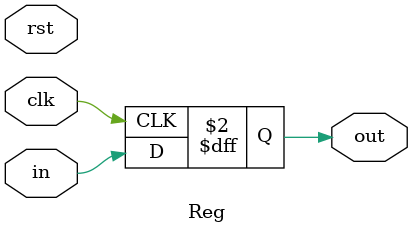
<source format=v>
`timescale 1ns / 1ps


module Reg #(parameter WL = 1)
            (input clk, rst,
                input signed [WL-1:0] in,
                output reg signed [WL-1:0] out);

    always @(posedge clk) begin
        out = in;
    end
endmodule

</source>
